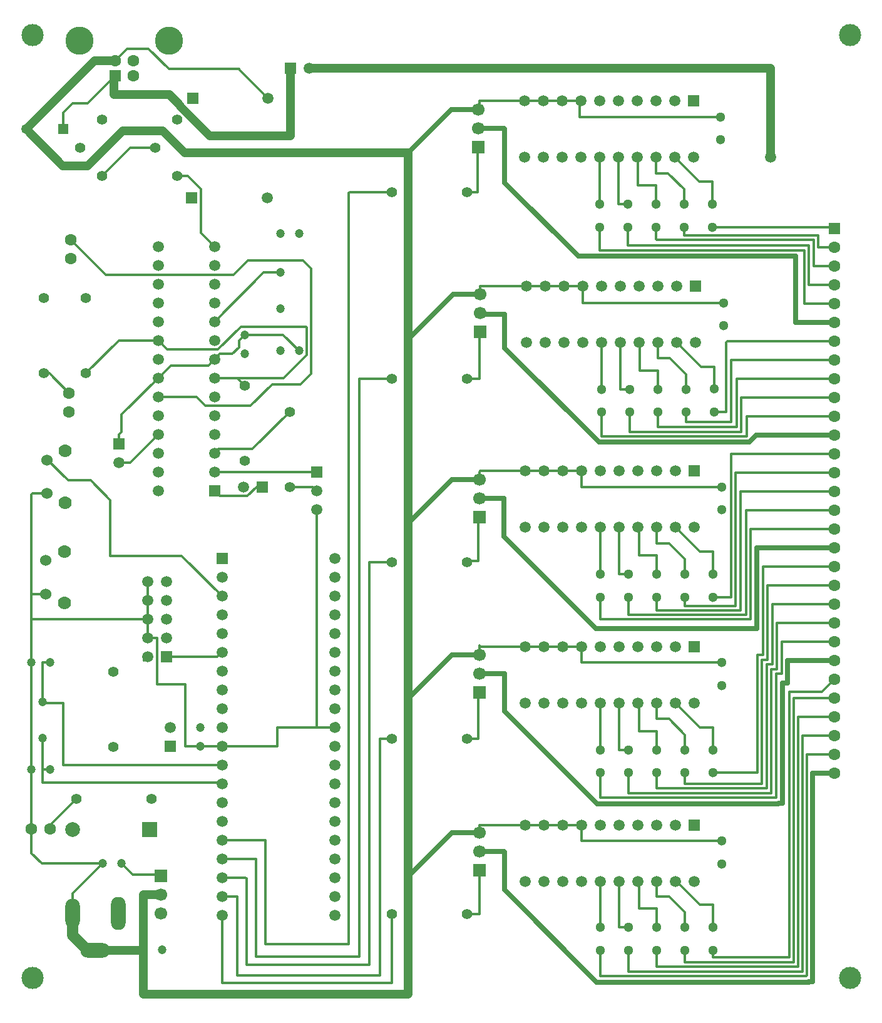
<source format=gbl>
%FSAX44Y44*%
%MOMM*%
G71*
G01*
G75*
G04 Layer_Physical_Order=2*
G04 Layer_Color=16711680*
%ADD10C,0.3000*%
%ADD11C,1.2000*%
%ADD12C,0.7000*%
%ADD13C,1.4000*%
%ADD14C,1.2000*%
%ADD15R,1.5000X1.5000*%
%ADD16C,1.5000*%
%ADD17C,1.6000*%
%ADD18R,1.5000X1.5000*%
%ADD19C,3.8000*%
%ADD20R,1.6000X1.6000*%
%ADD21C,1.3500*%
%ADD22R,1.3500X1.3500*%
%ADD23C,1.5240*%
%ADD24C,1.5000*%
%ADD25R,1.5000X1.5000*%
%ADD26C,1.7000*%
%ADD27R,1.7000X1.7000*%
%ADD28C,1.3000*%
%ADD29R,1.5000X1.5000*%
%ADD30C,1.6000*%
%ADD31R,1.6000X1.6000*%
%ADD32O,4.0000X2.0000*%
%ADD33O,2.0000X4.0000*%
%ADD34O,2.0000X4.5000*%
%ADD35R,2.0000X2.0000*%
%ADD36C,2.0000*%
%ADD37C,1.7780*%
%ADD38C,3.0000*%
%ADD39C,1.5000*%
D10*
X00667250Y01731150D02*
X00683874Y01747774D01*
X00712216D01*
X00740110Y01719880D01*
X00834890D01*
X00835425Y01719145D02*
X00874160Y01680410D01*
X00665780Y01709680D02*
X00667250Y01711150D01*
X00629960Y01673860D02*
X00665780Y01709680D01*
X00574740Y01191200D02*
X00575970D01*
X00603550Y01163620D01*
X00634030D01*
X00660700Y01136950D01*
Y01061720D02*
Y01136950D01*
X00940100Y00829610D02*
Y01124250D01*
Y00829610D02*
X00964230D01*
X00886760D02*
X00940100D01*
X01143300Y01054400D02*
X01158540D01*
X01375710Y00584500D02*
Y00621330D01*
X01374440Y00622600D02*
X01375710Y00621330D01*
X01425240Y00622600D02*
X01458260Y00589580D01*
X00691180Y00630220D02*
X00729280D01*
X01298500Y00676200D02*
Y00697790D01*
X00554020Y01011220D02*
Y01144570D01*
Y00976930D02*
Y01011220D01*
X00832150Y01302050D02*
X00895142D01*
X00672130Y01187750D02*
X00687370D01*
X00725470Y01225850D01*
X00852932Y01205992D02*
X00903270Y01256330D01*
X00807212Y01205992D02*
X00852932D01*
X00801670Y01200450D02*
X00807212Y01205992D01*
X00750870Y01575100D02*
X00766018D01*
X00783082Y01558036D01*
Y01498439D02*
Y01558036D01*
Y01498439D02*
X00801670Y01479850D01*
X00858566Y01154730D02*
X00866440D01*
X00846328Y01142492D02*
X00858566Y01154730D01*
X00808829Y01142492D02*
X00846328D01*
X00801670Y01149650D02*
X00808829Y01142492D01*
X00903270Y01154730D02*
X00917494D01*
X00917702Y01154938D01*
X00934812D01*
X00940100Y01149650D01*
X00801670Y01175050D02*
X00940100D01*
X00725470Y01276650D02*
X00777194D01*
X00789432Y01264412D01*
X00850392D01*
X00879602Y01293622D01*
X00918210D01*
X00932688Y01308100D01*
Y01450086D01*
X00921258Y01461516D02*
X00932688Y01450086D01*
X00846836Y01461516D02*
X00921258D01*
X00827024Y01441704D02*
X00846836Y01461516D01*
X00654397Y01441704D02*
X00827024D01*
X00607360Y01488740D02*
X00654397Y01441704D01*
X00570530Y01308400D02*
X00578150D01*
X00604820Y01281730D01*
X00687370Y01613200D02*
X00721660D01*
X00649270Y01575100D02*
X00687370Y01613200D01*
X00801670Y01378250D02*
X00868250Y01444830D01*
X00890570D01*
X00801670Y01302050D02*
X00832150D01*
X00842310Y01291890D01*
X00801670Y01327450D02*
X00809070Y01334850D01*
X00825807D01*
X00834690Y01343733D01*
Y01352850D01*
X00842310Y01360470D01*
X00725470Y01352850D02*
X00737709Y01340612D01*
X00806450D01*
X00837438Y01371600D01*
X00925830D01*
X00926592Y01370838D01*
Y01333500D02*
Y01370838D01*
X00895142Y01302050D02*
X00926592Y01333500D01*
X00627680Y01308400D02*
X00672130Y01352850D01*
X00725470D01*
X00596800Y01638600D02*
Y01661060D01*
X00609600Y01673860D01*
X00629960D01*
X00757521Y01061720D02*
X00811830Y01007410D01*
X00660700Y01061720D02*
X00757521D01*
X00894380Y01360470D02*
X00915970Y01338880D01*
X00842310Y01360470D02*
X00894380D01*
X00725470Y01302050D02*
X00742696Y01319276D01*
X00793496D01*
X00801670Y01327450D01*
X00672130Y01213150D02*
Y01225550D01*
X00676148Y01229568D01*
Y01252728D01*
X00725470Y01302050D01*
X00736900Y00924860D02*
X00805480D01*
X00811830Y00931210D01*
X01159810Y00576880D02*
Y00635300D01*
X01143300Y00576880D02*
X01159810D01*
X00811830Y00484170D02*
Y00575610D01*
Y00484170D02*
X01041700D01*
Y00576880D01*
X01158540Y00814370D02*
Y00875330D01*
X01143300Y00814370D02*
X01158540D01*
X00811830Y00601010D02*
X00832150D01*
Y00494330D02*
Y00601010D01*
Y00494330D02*
X01025190D01*
Y00814370D01*
X01041700D01*
X01158540Y01054400D02*
Y01112820D01*
X00811830Y00626410D02*
X00843580D01*
X00844850Y00625140D01*
Y00508300D02*
Y00625140D01*
Y00508300D02*
X01011220D01*
Y01053130D01*
X01041700D01*
X01159810Y01300780D02*
Y01363010D01*
X01144570Y01300780D02*
X01159810D01*
X00811830Y00651810D02*
X00857550D01*
Y00519730D02*
Y00651810D01*
Y00519730D02*
X00997250D01*
Y01300780D01*
X01041700D01*
X01143300Y01553510D02*
X01157270D01*
Y01613200D01*
X00811830Y00677210D02*
X00870250D01*
Y00536240D02*
Y00677210D01*
Y00536240D02*
X00983280D01*
Y01552240D01*
X00984550Y01553510D01*
X01041700D01*
X01323640Y00559360D02*
Y00621330D01*
X01349040Y00559100D02*
Y00621330D01*
Y00559100D02*
X01349300Y00559360D01*
X01361740D01*
X01375710Y00584500D02*
X01399840D01*
Y00559360D02*
Y00584500D01*
Y00601010D02*
Y00621330D01*
Y00601010D02*
X01416350D01*
X01437940Y00579420D01*
Y00559360D02*
Y00579420D01*
X01458260Y00589580D02*
X01476040D01*
Y00559360D02*
Y00589580D01*
X01323640Y00799390D02*
Y00862630D01*
X01349040Y00799130D02*
Y00862630D01*
Y00799130D02*
X01349300Y00799390D01*
X01361740D01*
X01399840D02*
Y00824530D01*
X01375710D02*
X01399840D01*
X01375710D02*
Y00861360D01*
X01374440Y00862630D02*
X01375710Y00861360D01*
X01399840Y00841040D02*
Y00862630D01*
Y00841040D02*
X01416350D01*
X01437940Y00819450D01*
Y00799390D02*
Y00819450D01*
X01425240Y00862630D02*
X01458260Y00829610D01*
X01476040D01*
Y00799390D02*
Y00829610D01*
X01323640Y01036880D02*
Y01100120D01*
X01349040Y01036620D02*
Y01100120D01*
Y01036620D02*
X01349300Y01036880D01*
X01361740D01*
X01399840D02*
Y01062020D01*
X01375710D02*
X01399840D01*
X01375710D02*
Y01098850D01*
X01374440Y01100120D02*
X01375710Y01098850D01*
X01399840Y01078530D02*
Y01100120D01*
Y01078530D02*
X01416350D01*
X01437940Y01056940D01*
Y01036880D02*
Y01056940D01*
X01425240Y01100120D02*
X01458260Y01067100D01*
X01476040D01*
Y01036880D02*
Y01067100D01*
X01324910Y01287070D02*
Y01350310D01*
X01350310Y01286810D02*
Y01350310D01*
Y01286810D02*
X01350570Y01287070D01*
X01363010D01*
X01401110D02*
Y01312210D01*
X01376980D02*
X01401110D01*
X01376980D02*
Y01349040D01*
X01375710Y01350310D02*
X01376980Y01349040D01*
X01401110Y01328720D02*
Y01350310D01*
Y01328720D02*
X01417620D01*
X01439210Y01307130D01*
Y01287070D02*
Y01307130D01*
X01426510Y01350310D02*
X01459530Y01317290D01*
X01477310D01*
Y01287330D02*
Y01317290D01*
X01322370Y01537260D02*
Y01600500D01*
X01347770Y01537000D02*
Y01600500D01*
Y01537000D02*
X01348030Y01537260D01*
X01360470D01*
X01398570D02*
Y01562400D01*
X01374440D02*
X01398570D01*
X01374440D02*
Y01599230D01*
X01373170Y01600500D02*
X01374440Y01599230D01*
X01398570Y01578910D02*
Y01600500D01*
Y01578910D02*
X01415080D01*
X01436670Y01557320D01*
Y01537260D02*
Y01557320D01*
X01423970Y01600500D02*
X01456990Y01567480D01*
X01474770D01*
Y01537260D02*
Y01567480D01*
X01323640Y00493410D02*
Y00528360D01*
Y00493410D02*
X01601990D01*
X01602910Y00494330D01*
Y00792780D01*
X01639870D01*
X01361740Y00499410D02*
Y00528360D01*
Y00499410D02*
X01596690D01*
X01596910Y00499630D01*
Y00818180D01*
X01639870D01*
X01399840Y00505760D02*
Y00528360D01*
Y00505760D02*
X01590910D01*
Y00843580D01*
X01639870D01*
X01437940Y00512110D02*
Y00528360D01*
Y00512110D02*
X01584910D01*
Y00868980D01*
X01639870D01*
X01476040Y00518460D02*
Y00528360D01*
Y00518460D02*
X01578910D01*
Y00877870D01*
X01623360D01*
X01639870Y00894380D01*
X01323640Y00734360D02*
Y00768390D01*
Y00734360D02*
X01561130D01*
Y00902000D01*
X01568750D01*
Y00945180D01*
X01639870D01*
X01361740Y00740710D02*
Y00768390D01*
Y00740710D02*
X01554780D01*
Y00908350D01*
X01562400D01*
Y00970580D01*
X01639870D01*
X01399840Y00747060D02*
Y00768390D01*
Y00747060D02*
X01548430D01*
Y00914700D01*
X01556050D01*
Y00995980D01*
X01639870D01*
X01437940Y00753410D02*
Y00768390D01*
Y00753410D02*
X01542080D01*
Y00921050D01*
X01549700D01*
Y01021380D01*
X01639870D01*
X01476040Y00768390D02*
X01535730D01*
Y00927400D01*
X01543350D01*
Y01046780D01*
X01639870D01*
X01323640Y00975660D02*
Y01005880D01*
Y00975660D02*
X01526840D01*
Y01097580D01*
X01639870D01*
X01361740Y00981660D02*
Y01005880D01*
Y00981660D02*
X01520490D01*
Y01122980D01*
X01639870D01*
X01399840Y00987660D02*
Y01005880D01*
Y00987660D02*
X01512870D01*
Y01148380D01*
X01639870D01*
X01437940Y00993660D02*
Y01005880D01*
Y00993660D02*
X01506520D01*
Y01173780D01*
X01639870D01*
X01476040Y01005880D02*
X01500170D01*
Y01199180D01*
X01639870D01*
X01324910Y01223310D02*
Y01256070D01*
Y01223310D02*
X01521760D01*
Y01249980D01*
X01639870D01*
X01363010Y01229310D02*
Y01256070D01*
Y01229310D02*
X01514140D01*
Y01275380D01*
X01639870D01*
X01401110Y01236010D02*
Y01256070D01*
Y01236010D02*
X01507790D01*
Y01300780D01*
X01639870D01*
X01439210Y01242360D02*
Y01256070D01*
Y01242360D02*
X01500170D01*
Y01326180D01*
X01639870D01*
X01477310Y01256330D02*
X01493820D01*
Y01350310D01*
X01495090Y01351580D01*
X01639870D01*
X01322370Y01474770D02*
Y01506260D01*
Y01474770D02*
X01599930D01*
Y01402380D02*
Y01474770D01*
Y01402380D02*
X01639870D01*
X01360470Y01481120D02*
Y01506260D01*
Y01481120D02*
X01605930D01*
Y01428130D02*
Y01481120D01*
Y01428130D02*
X01606280Y01427780D01*
X01639870D01*
X01398570Y01490010D02*
Y01506260D01*
Y01490010D02*
X01399840Y01488740D01*
X01611930D01*
Y01453180D02*
Y01488740D01*
Y01453180D02*
X01639870D01*
X01436670Y01494740D02*
Y01506260D01*
Y01494740D02*
X01617930D01*
Y01478930D02*
Y01494740D01*
Y01478930D02*
X01618280Y01478580D01*
X01639870D01*
X01474770Y01506260D02*
X01637590D01*
X01639870Y01503980D01*
X00579420Y00692450D02*
Y00697530D01*
X00614980Y00733090D01*
X00569260Y00772460D02*
Y00815100D01*
Y00754680D02*
X00810560D01*
X00569260Y00772460D02*
X00579420D01*
X00569260Y00754680D02*
Y00772460D01*
X00810560Y00754680D02*
X00811830Y00753410D01*
X00569260Y00863900D02*
Y00917240D01*
X00579420D01*
X00569260Y00863900D02*
X00570530Y00862630D01*
X00597200D01*
Y00778810D02*
Y00862630D01*
Y00778810D02*
X00811830D01*
X00675940Y00645460D02*
X00691180Y00630220D01*
X01159810Y01164890D02*
Y01175050D01*
X01161080Y01176320D01*
X01222040D01*
X01247440D01*
X01272840D01*
X01298240D01*
Y01154990D02*
Y01176320D01*
Y01154990D02*
X01487470D01*
X01159810Y00927400D02*
Y00940100D01*
X01161080Y00938830D01*
X01222040D01*
X01247440D01*
X01272840D01*
X01298240D01*
Y00917500D02*
Y00938830D01*
Y00917500D02*
X01487470D01*
X01158540Y01665270D02*
X01159810Y01666540D01*
Y01676700D01*
X01220770D01*
X01246170D01*
X01271570D01*
X01296970D01*
X01295700Y01675430D02*
X01296970Y01676700D01*
X01295700Y01655110D02*
Y01675430D01*
Y01655110D02*
X01295960Y01655370D01*
X01486200D01*
X00609970Y00568150D02*
Y00578150D01*
Y00588150D01*
Y00604890D01*
X00650540Y00645460D01*
X00567990D02*
X00650540D01*
X00554020Y00659430D02*
X00567990Y00645460D01*
X00554020Y00659430D02*
Y00692450D01*
Y00772460D01*
Y00917240D01*
X00711500Y00950260D02*
Y00975660D01*
Y01001060D01*
Y01026460D01*
X00555290Y00975660D02*
X00711500D01*
X00554020Y00976930D02*
X00555290Y00975660D01*
X00554020Y01144570D02*
X00555650Y01146200D01*
X00554020Y00917240D02*
Y00976930D01*
X00554930Y01010310D02*
X00573470D01*
X00554020Y01011220D02*
X00554930Y01010310D01*
X00555650Y01146200D02*
X00574740D01*
X00711500Y00950260D02*
X00724200D01*
Y00888030D02*
Y00950260D01*
Y00888030D02*
X00762300D01*
Y00804210D02*
Y00888030D01*
Y00804210D02*
X00782620D01*
X00811830D01*
X00886760D01*
Y00829610D01*
X01159810Y00687370D02*
Y00697530D01*
X01222040D01*
X01247440D01*
X01272840D01*
X01298240D01*
X01298500Y00676200D02*
X01487470D01*
X01161080Y01415080D02*
Y01426510D01*
X01223310D01*
X01248710D01*
X01274110D01*
X01299510D01*
Y01403650D02*
Y01426510D01*
Y01403650D02*
X01299770Y01403910D01*
X01490010D01*
X00706420Y00919780D02*
X00711500Y00924860D01*
D11*
X00761030Y01606850D02*
X01063290D01*
X00731820Y01636060D02*
X00761030Y01606850D01*
X00677210Y01636060D02*
X00731820D01*
X00630220Y01589070D02*
X00677210Y01636060D01*
X00596330Y01589070D02*
X00630220D01*
X00546800Y01638600D02*
X00596330Y01589070D01*
X00665780Y01685590D02*
Y01709680D01*
Y01685590D02*
X00740710D01*
X00755760Y01670540D01*
Y01669282D02*
Y01670540D01*
Y01669282D02*
X00795332Y01629710D01*
X00904540D01*
Y01721150D01*
X00931210D02*
X01553510D01*
Y01600500D02*
Y01721150D01*
X00649970Y00528150D02*
X00705150D01*
X00546800Y01638600D02*
X00639350Y01731150D01*
X00667250D01*
X01157270Y01613200D02*
X01158540Y01614470D01*
X00705150Y00528620D02*
Y00603550D01*
X00729280D01*
X00705150Y00528150D02*
Y00528620D01*
Y00468930D02*
X01063290D01*
X00705150D02*
Y00528150D01*
X01063290Y00468930D02*
Y01606850D01*
X00964230Y00829610D02*
X00965500Y00830880D01*
D12*
X01159810Y00661970D02*
X01192830D01*
X01194100Y00660700D01*
Y00609900D02*
Y00660700D01*
Y00609900D02*
X01318590Y00485410D01*
X01605304D01*
X01605334Y00485440D01*
X01610910D01*
Y00767380D01*
X01639870D01*
X01159810Y00902000D02*
X01194100D01*
Y00851200D02*
Y00902000D01*
Y00851200D02*
X01318940Y00726360D01*
X01564444D01*
X01564824Y00726740D01*
X01570020D01*
Y00889300D01*
X01576370D01*
X01576750Y00889680D01*
Y00919780D01*
X01639870D01*
X01159810Y01139490D02*
X01192830D01*
Y01087420D02*
Y01139490D01*
Y01087420D02*
X01317290Y00962960D01*
X01534460D01*
X01534840Y00963340D01*
Y01072180D01*
X01639870D01*
X01161080Y01389680D02*
X01162350Y01388410D01*
X01194100D01*
Y01342690D02*
Y01388410D01*
Y01342690D02*
X01321480Y01215310D01*
X01525074D01*
X01534344Y01224580D01*
X01639870D01*
X01587800Y01376980D02*
X01638600D01*
X01587800D02*
Y01466770D01*
X01293540D02*
X01587800D01*
X01194100Y01566210D02*
X01293540Y01466770D01*
X01194100Y01566210D02*
Y01638600D01*
X01192830Y01639870D02*
X01194100Y01638600D01*
X01158540Y01639870D02*
X01192830D01*
X01122980Y01164890D02*
X01159810D01*
X01064560Y01106470D02*
X01122980Y01164890D01*
X01063290Y01606850D02*
X01121710Y01665270D01*
X01158540D01*
X01122980Y00927400D02*
X01159810D01*
X01064560Y00868980D02*
X01122980Y00927400D01*
Y00687370D02*
X01159810D01*
X01064560Y00628950D02*
X01122980Y00687370D01*
X01124250Y01415080D02*
X01161080D01*
X01065830Y01356660D02*
X01124250Y01415080D01*
D13*
X00627680Y01410000D02*
D03*
Y01308400D02*
D03*
X00570530D02*
D03*
Y01410000D02*
D03*
X00842310Y01291890D02*
D03*
Y01190290D02*
D03*
X00903270Y01256330D02*
D03*
Y01154730D02*
D03*
X00750870Y01575100D02*
D03*
X00649270D02*
D03*
X00750870Y01651300D02*
D03*
X00649270D02*
D03*
X00721660Y01613200D02*
D03*
X00620060D02*
D03*
X00664510Y00904540D02*
D03*
Y00802940D02*
D03*
X00614980Y00733090D02*
D03*
X00716580D02*
D03*
X01143300Y00576880D02*
D03*
X01041700D02*
D03*
X01143300Y00814370D02*
D03*
X01041700D02*
D03*
X01143300Y01053130D02*
D03*
X01041700D02*
D03*
X01143300Y01300780D02*
D03*
X01041700D02*
D03*
X01143300Y01553510D02*
D03*
X01041700D02*
D03*
D14*
X00915970Y01497630D02*
D03*
X00890570D02*
D03*
X00915970Y01338880D02*
D03*
X00890570D02*
D03*
Y01396030D02*
D03*
Y01444830D02*
D03*
X00842310Y01360470D02*
D03*
Y01335070D02*
D03*
X00579420Y00917240D02*
D03*
X00554020D02*
D03*
X00579420Y00772460D02*
D03*
X00554020D02*
D03*
X00569260Y00815100D02*
D03*
Y00863900D02*
D03*
X00782620Y00829610D02*
D03*
Y00804210D02*
D03*
X00650540Y00645460D02*
D03*
X00675940D02*
D03*
X00705150Y00528620D02*
D03*
X00730550D02*
D03*
D15*
X00866440Y01154730D02*
D03*
X00801670Y01149650D02*
D03*
X00772260Y01680510D02*
D03*
X00770990Y01545890D02*
D03*
X00904540Y01721150D02*
D03*
D16*
X00841040Y01154730D02*
D03*
X00725470Y01479850D02*
D03*
Y01454450D02*
D03*
Y01429050D02*
D03*
Y01403650D02*
D03*
Y01378250D02*
D03*
Y01352850D02*
D03*
Y01327450D02*
D03*
Y01302050D02*
D03*
Y01276650D02*
D03*
Y01251250D02*
D03*
Y01225850D02*
D03*
Y01200450D02*
D03*
Y01175050D02*
D03*
Y01149650D02*
D03*
X00801670Y01479850D02*
D03*
Y01454450D02*
D03*
Y01429050D02*
D03*
Y01403650D02*
D03*
Y01378250D02*
D03*
Y01352850D02*
D03*
Y01327450D02*
D03*
Y01302050D02*
D03*
Y01276650D02*
D03*
Y01251250D02*
D03*
Y01225850D02*
D03*
Y01200450D02*
D03*
Y01175050D02*
D03*
X00672130Y01187750D02*
D03*
X00940100Y01149650D02*
D03*
Y01124250D02*
D03*
X00874260Y01680510D02*
D03*
X00872990Y01545890D02*
D03*
X00741980Y00829610D02*
D03*
X00929940Y01721150D02*
D03*
X00711500Y00924860D02*
D03*
X00736900Y00950260D02*
D03*
X00711500D02*
D03*
X00736900Y00975660D02*
D03*
X00711500D02*
D03*
X00736900Y01001060D02*
D03*
X00711500D02*
D03*
X00736900Y01026460D02*
D03*
X00711500D02*
D03*
X00629970Y00528150D02*
D03*
X00649970D02*
D03*
X00609970Y00588150D02*
D03*
Y00568150D02*
D03*
X01553510Y01600500D02*
D03*
D17*
X00607360Y01488740D02*
D03*
Y01463340D02*
D03*
X00604820Y01256330D02*
D03*
Y01281730D02*
D03*
X00692250Y01731150D02*
D03*
X00667250D02*
D03*
X00692250Y01711150D02*
D03*
X00579420Y00692450D02*
D03*
X00554020D02*
D03*
D18*
X00672130Y01213150D02*
D03*
X00940100Y01175050D02*
D03*
X00741980Y00804210D02*
D03*
X00736900Y00924860D02*
D03*
D19*
X00739950Y01758250D02*
D03*
X00619550D02*
D03*
D20*
X00667250Y01711150D02*
D03*
D21*
X00546800Y01638600D02*
D03*
D22*
X00596800D02*
D03*
D23*
X00574740Y01191200D02*
D03*
Y01146200D02*
D03*
X00573470Y01055310D02*
D03*
Y01010310D02*
D03*
D24*
X00964230Y00575610D02*
D03*
Y00601010D02*
D03*
Y00626410D02*
D03*
Y00651810D02*
D03*
Y00677210D02*
D03*
Y00702610D02*
D03*
Y00728010D02*
D03*
Y00753410D02*
D03*
Y00778810D02*
D03*
Y00804210D02*
D03*
Y00829610D02*
D03*
Y00855010D02*
D03*
Y00880410D02*
D03*
Y00905810D02*
D03*
Y00931210D02*
D03*
Y00956610D02*
D03*
Y00982010D02*
D03*
Y01007410D02*
D03*
Y01032810D02*
D03*
Y01058210D02*
D03*
X00811830Y00575610D02*
D03*
Y00601010D02*
D03*
Y00626410D02*
D03*
Y00651810D02*
D03*
Y00677210D02*
D03*
Y00702610D02*
D03*
Y00728010D02*
D03*
Y00753410D02*
D03*
Y00778810D02*
D03*
Y00804210D02*
D03*
Y00829610D02*
D03*
Y00855010D02*
D03*
Y00880410D02*
D03*
Y00905810D02*
D03*
Y00931210D02*
D03*
Y00956610D02*
D03*
Y00982010D02*
D03*
Y01007410D02*
D03*
Y01032810D02*
D03*
X01425240Y00697530D02*
D03*
X01399840D02*
D03*
X01374440D02*
D03*
X01349040D02*
D03*
X01323640D02*
D03*
X01298240D02*
D03*
X01272840D02*
D03*
X01247440D02*
D03*
X01222040D02*
D03*
X01450640Y00621330D02*
D03*
X01425240D02*
D03*
X01399840D02*
D03*
X01374440D02*
D03*
X01349040D02*
D03*
X01323640D02*
D03*
X01298240D02*
D03*
X01272840D02*
D03*
X01247440D02*
D03*
X01222040D02*
D03*
X01425240Y00938830D02*
D03*
X01399840D02*
D03*
X01374440D02*
D03*
X01349040D02*
D03*
X01323640D02*
D03*
X01298240D02*
D03*
X01272840D02*
D03*
X01247440D02*
D03*
X01222040D02*
D03*
X01450640Y00862630D02*
D03*
X01425240D02*
D03*
X01399840D02*
D03*
X01374440D02*
D03*
X01349040D02*
D03*
X01323640D02*
D03*
X01298240D02*
D03*
X01272840D02*
D03*
X01247440D02*
D03*
X01222040D02*
D03*
X01425240Y01176320D02*
D03*
X01399840D02*
D03*
X01374440D02*
D03*
X01349040D02*
D03*
X01323640D02*
D03*
X01298240D02*
D03*
X01272840D02*
D03*
X01247440D02*
D03*
X01222040D02*
D03*
X01450640Y01100120D02*
D03*
X01425240D02*
D03*
X01399840D02*
D03*
X01374440D02*
D03*
X01349040D02*
D03*
X01323640D02*
D03*
X01298240D02*
D03*
X01272840D02*
D03*
X01247440D02*
D03*
X01222040D02*
D03*
X01426510Y01426510D02*
D03*
X01401110D02*
D03*
X01375710D02*
D03*
X01350310D02*
D03*
X01324910D02*
D03*
X01299510D02*
D03*
X01274110D02*
D03*
X01248710D02*
D03*
X01223310D02*
D03*
X01451910Y01350310D02*
D03*
X01426510D02*
D03*
X01401110D02*
D03*
X01375710D02*
D03*
X01350310D02*
D03*
X01324910D02*
D03*
X01299510D02*
D03*
X01274110D02*
D03*
X01248710D02*
D03*
X01223310D02*
D03*
X01423970Y01676700D02*
D03*
X01398570D02*
D03*
X01373170D02*
D03*
X01347770D02*
D03*
X01322370D02*
D03*
X01296970D02*
D03*
X01271570D02*
D03*
X01246170D02*
D03*
X01220770D02*
D03*
X01449370Y01600500D02*
D03*
X01423970D02*
D03*
X01398570D02*
D03*
X01373170D02*
D03*
X01347770D02*
D03*
X01322370D02*
D03*
X01296970D02*
D03*
X01271570D02*
D03*
X01246170D02*
D03*
X01220770D02*
D03*
X00671970Y00565650D02*
D03*
Y00590650D02*
D03*
D25*
X00811830Y01058210D02*
D03*
D26*
X00729280Y00578150D02*
D03*
Y00603550D02*
D03*
X01159810Y00687370D02*
D03*
Y00661970D02*
D03*
Y00927400D02*
D03*
Y00902000D02*
D03*
Y01164890D02*
D03*
Y01139490D02*
D03*
X01161080Y01415080D02*
D03*
Y01389680D02*
D03*
X01158540Y01665270D02*
D03*
Y01639870D02*
D03*
D27*
X00729280Y00628950D02*
D03*
X01159810Y00636570D02*
D03*
Y00876600D02*
D03*
Y01114090D02*
D03*
X01161080Y01364280D02*
D03*
X01158540Y01614470D02*
D03*
D28*
X01487470Y00645200D02*
D03*
Y00676200D02*
D03*
Y00886500D02*
D03*
Y00917500D02*
D03*
Y01123990D02*
D03*
Y01154990D02*
D03*
X01490010Y01372910D02*
D03*
Y01403910D02*
D03*
X01486200Y01624370D02*
D03*
Y01655370D02*
D03*
X01474770Y01506260D02*
D03*
Y01537260D02*
D03*
X01436670Y01506260D02*
D03*
Y01537260D02*
D03*
X01398570Y01506260D02*
D03*
Y01537260D02*
D03*
X01360470Y01506260D02*
D03*
Y01537260D02*
D03*
X01322370Y01506260D02*
D03*
Y01537260D02*
D03*
X01477310Y01256330D02*
D03*
Y01287330D02*
D03*
X01439210Y01256070D02*
D03*
Y01287070D02*
D03*
X01401110Y01256070D02*
D03*
Y01287070D02*
D03*
X01324910Y01256070D02*
D03*
Y01287070D02*
D03*
X01363010Y01256070D02*
D03*
Y01287070D02*
D03*
X01476040Y01005880D02*
D03*
Y01036880D02*
D03*
X01437940Y01005880D02*
D03*
Y01036880D02*
D03*
X01361740Y01005880D02*
D03*
Y01036880D02*
D03*
X01399840Y01005880D02*
D03*
Y01036880D02*
D03*
X01323640Y01005880D02*
D03*
Y01036880D02*
D03*
X01476040Y00768390D02*
D03*
Y00799390D02*
D03*
X01399840Y00768390D02*
D03*
Y00799390D02*
D03*
X01361740Y00768390D02*
D03*
Y00799390D02*
D03*
X01323640Y00768390D02*
D03*
Y00799390D02*
D03*
X01437940Y00768390D02*
D03*
Y00799390D02*
D03*
X01323640Y00528360D02*
D03*
Y00559360D02*
D03*
X01361740Y00528360D02*
D03*
Y00559360D02*
D03*
X01399840Y00528360D02*
D03*
Y00559360D02*
D03*
X01437940Y00528360D02*
D03*
Y00559360D02*
D03*
X01476040Y00528360D02*
D03*
Y00559360D02*
D03*
D29*
X01450640Y00697530D02*
D03*
Y00938830D02*
D03*
Y01176320D02*
D03*
X01451910Y01426510D02*
D03*
X01449370Y01676700D02*
D03*
D30*
X01639870Y00767380D02*
D03*
Y00792780D02*
D03*
Y00818180D02*
D03*
Y00843580D02*
D03*
Y00868980D02*
D03*
Y00894380D02*
D03*
Y00919780D02*
D03*
Y00945180D02*
D03*
Y00970580D02*
D03*
Y00995980D02*
D03*
Y01021380D02*
D03*
Y01046780D02*
D03*
Y01072180D02*
D03*
Y01097580D02*
D03*
Y01122980D02*
D03*
Y01148380D02*
D03*
Y01173780D02*
D03*
Y01199180D02*
D03*
Y01224580D02*
D03*
Y01249980D02*
D03*
Y01275380D02*
D03*
Y01300780D02*
D03*
Y01326180D02*
D03*
Y01351580D02*
D03*
Y01376980D02*
D03*
Y01402380D02*
D03*
Y01427780D02*
D03*
Y01453180D02*
D03*
Y01478580D02*
D03*
D31*
Y01503980D02*
D03*
D32*
X00639970Y00528150D02*
D03*
D33*
X00609970Y00578150D02*
D03*
D34*
X00671970D02*
D03*
D35*
X00714270Y00691180D02*
D03*
D36*
X00609670D02*
D03*
D37*
X00599740Y01203700D02*
D03*
Y01133700D02*
D03*
X00598470Y01067810D02*
D03*
Y00997810D02*
D03*
D38*
X00555290Y01765600D02*
D03*
X01661460D02*
D03*
Y00490520D02*
D03*
X00555290D02*
D03*
D39*
X00609970Y00548150D02*
Y00568150D01*
Y00548150D02*
X00629970Y00528150D01*
M02*

</source>
